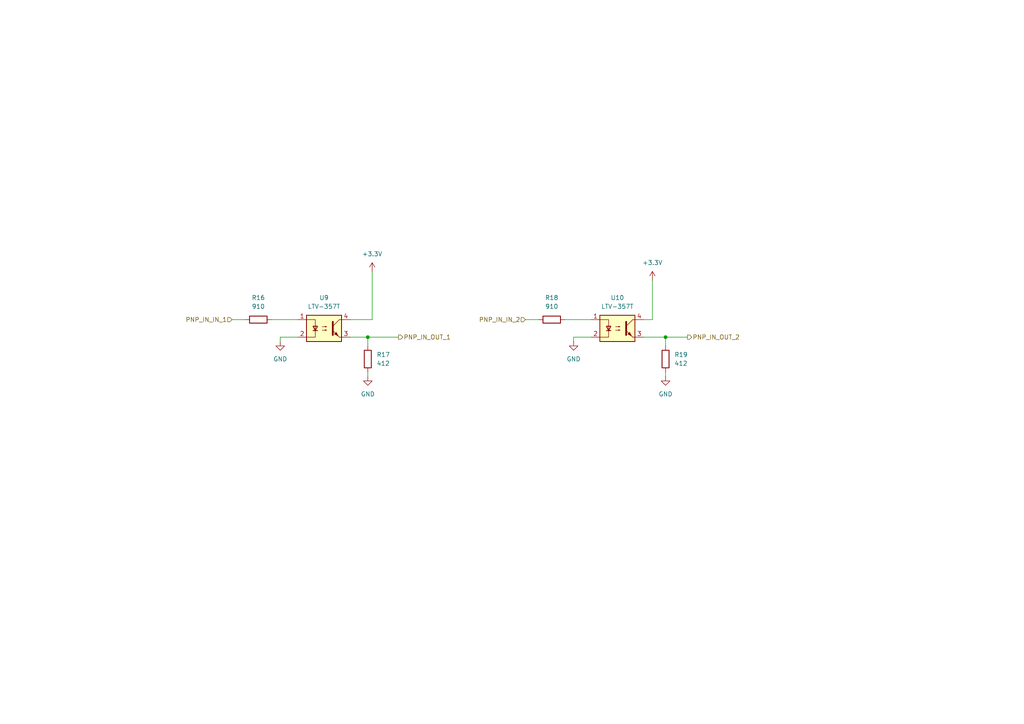
<source format=kicad_sch>
(kicad_sch (version 20250114) (generator "eeschema") (generator_version "9.0")
  (paper "A4")
  (lib_symbols
    (symbol "Device:R" (pin_numbers (hide yes)) (pin_names (offset 0))
      (property "Reference" "R" (at 2.032 0 90))
      (property "Value" "R" (at 0 0 90))
      (symbol "R_0_1"
        (rectangle (start -1.016 -2.54) (end 1.016 2.54) (stroke (width 0.254)))
      )
      (symbol "R_1_1"
        (pin passive line (at 0 3.81 270) (length 1.27) (name "~") (number "1"))
        (pin passive line (at 0 -3.81 90) (length 1.27) (name "~") (number "2"))
      )
    )
    (symbol "Isolator:LTV-357T" (pin_names (offset 1.016))
      (property "Reference" "U" (at -5.334 4.826 0))
      (property "Value" "LTV-357T" (at 0 5.08 0))
      (symbol "LTV-357T_0_1"
        (rectangle (start -5.08 3.81) (end 5.08 -3.81) (stroke (width 0.254)) (fill (type background)))
        (polyline (pts (xy -5.08 2.54) (xy -2.54 2.54) (xy -2.54 -0.762)))
        (polyline (pts (xy -3.175 -0.635) (xy -1.905 -0.635)) (stroke (width 0.254)))
        (polyline (pts (xy -2.54 -0.635) (xy -2.54 -2.54) (xy -5.08 -2.54)))
        (polyline (pts (xy -2.54 -0.635) (xy -3.175 0.635) (xy -1.905 0.635) (xy -2.54 -0.635)) (stroke (width 0.254)))
        (polyline (pts (xy -0.508 0.508) (xy 0.762 0.508) (xy 0.381 0.381) (xy 0.381 0.635) (xy 0.762 0.508)))
        (polyline (pts (xy -0.508 -0.508) (xy 0.762 -0.508) (xy 0.381 -0.635) (xy 0.381 -0.381) (xy 0.762 -0.508)))
        (polyline (pts (xy 2.54 1.905) (xy 2.54 -1.905)) (stroke (width 0.508)))
        (polyline (pts (xy 2.54 0.635) (xy 4.445 2.54)))
        (polyline (pts (xy 3.048 -1.651) (xy 3.556 -1.143) (xy 4.064 -2.159) (xy 3.048 -1.651)) (fill (type outline)))
        (polyline (pts (xy 4.445 2.54) (xy 5.08 2.54)))
        (polyline (pts (xy 4.445 -2.54) (xy 2.54 -0.635)) (fill (type outline)))
        (polyline (pts (xy 4.445 -2.54) (xy 5.08 -2.54)))
      )
      (symbol "LTV-357T_1_1"
        (pin passive line (at -7.62 2.54 0) (length 2.54) (name "~") (number "1"))
        (pin passive line (at -7.62 -2.54 0) (length 2.54) (name "~") (number "2"))
        (pin passive line (at 7.62 2.54 180) (length 2.54) (name "~") (number "4"))
        (pin passive line (at 7.62 -2.54 180) (length 2.54) (name "~") (number "3"))
      )
    )
    (symbol "power:+3.3V" (power) (pin_numbers (hide yes)) (pin_names (offset 0) (hide yes))
      (property "Value" "+3.3V" (at 0 3.556 0))
      (symbol "+3.3V_0_1"
        (polyline (pts (xy -0.762 1.27) (xy 0 2.54)))
        (polyline (pts (xy 0 2.54) (xy 0.762 1.27)))
        (polyline (pts (xy 0 0) (xy 0 2.54)))
      )
      (symbol "+3.3V_1_1"
        (pin power_in line (at 0 0 90) (length 0) (name "~") (number "1"))
      )
    )
    (symbol "power:GND" (power) (pin_numbers (hide yes)) (pin_names (offset 0) (hide yes))
      (property "Value" "GND" (at 0 -3.81 0))
      (symbol "GND_0_1"
        (polyline (pts (xy 0 0) (xy 0 -1.27) (xy 1.27 -1.27) (xy 0 -2.54) (xy -1.27 -1.27) (xy 0 -1.27)))
      )
      (symbol "GND_1_1"
        (pin power_in line (at 0 0 270) (length 0) (name "~") (number "1"))
      )
    )
  )
  (junction (at 106.68 97.79))
  (junction (at 193.04 97.79))
  (wire (pts (xy 106.68 97.79) (xy 106.68 100.33)))
  (wire (pts (xy 163.83 92.71) (xy 171.45 92.71)))
  (wire (pts (xy 78.74 92.71) (xy 86.36 92.71)))
  (wire (pts (xy 81.28 97.79) (xy 86.36 97.79)))
  (wire (pts (xy 101.6 92.71) (xy 107.95 92.71)))
  (wire (pts (xy 106.68 107.95) (xy 106.68 109.22)))
  (wire (pts (xy 186.69 92.71) (xy 189.23 92.71)))
  (wire (pts (xy 189.23 81.28) (xy 189.23 92.71)))
  (wire (pts (xy 193.04 97.79) (xy 193.04 100.33)))
  (wire (pts (xy 193.04 107.95) (xy 193.04 109.22)))
  (wire (pts (xy 193.04 97.79) (xy 199.39 97.79)))
  (wire (pts (xy 101.6 97.79) (xy 106.68 97.79)))
  (wire (pts (xy 186.69 97.79) (xy 193.04 97.79)))
  (wire (pts (xy 81.28 99.06) (xy 81.28 97.79)))
  (wire (pts (xy 107.95 78.74) (xy 107.95 92.71)))
  (wire (pts (xy 152.4 92.71) (xy 156.21 92.71)))
  (wire (pts (xy 166.37 99.06) (xy 166.37 97.79)))
  (wire (pts (xy 166.37 97.79) (xy 171.45 97.79)))
  (wire (pts (xy 67.31 92.71) (xy 71.12 92.71)))
  (wire (pts (xy 106.68 97.79) (xy 115.57 97.79)))
  (hierarchical_label "PNP_IN_IN_2" (shape input) (at 152.4 92.71 180))
  (hierarchical_label "PNP_IN_IN_1" (shape input) (at 67.31 92.71 180))
  (hierarchical_label "PNP_IN_OUT_2" (shape output) (at 199.39 97.79 0))
  (hierarchical_label "PNP_IN_OUT_1" (shape output) (at 115.57 97.79 0))
  (symbol (lib_id "Device:R") (at 106.68 104.14 0) (unit 1)
    (property "Reference" "R17" (at 109.22 102.8699 0) (effects (justify left)))
    (property "Value" "412" (at 109.22 105.4099 0) (effects (justify left)))
    (property "Footprint" "Resistor_SMD:R_0201_0603Metric" (effects (hide yes)))
    (property "Description" "Resistor" (effects (hide yes)))
  )
  (symbol (lib_id "power:+3.3V") (at 189.23 81.28 0) (unit 1)
    (property "Reference" "#PWR040" (effects (hide yes)))
    (property "Value" "+3.3V" (at 189.23 76.2 0))
    (property "Description" "Power symbol creates a global label with name \"+3.3V\"" (effects (hide yes)))
  )
  (symbol (lib_id "Device:R") (at 160.02 92.71 90) (unit 1)
    (property "Reference" "R18" (at 160.02 86.36 90))
    (property "Value" "910" (at 160.02 88.9 90))
    (property "Footprint" "Resistor_SMD:R_0201_0603Metric" (effects (hide yes)))
    (property "Description" "Resistor" (effects (hide yes)))
  )
  (symbol (lib_id "power:GND") (at 166.37 99.06 0) (unit 1)
    (property "Reference" "#PWR015" (effects (hide yes)))
    (property "Value" "GND" (at 166.37 104.14 0))
    (property "Description" "Power symbol creates a global label with name \"GND\" , ground" (effects (hide yes)))
  )
  (symbol (lib_id "power:GND") (at 106.68 109.22 0) (unit 1)
    (property "Reference" "#PWR036" (effects (hide yes)))
    (property "Value" "GND" (at 106.68 114.3 0))
    (property "Description" "Power symbol creates a global label with name \"GND\" , ground" (effects (hide yes)))
  )
  (symbol (lib_id "power:GND") (at 81.28 99.06 0) (unit 1)
    (property "Reference" "#PWR016" (effects (hide yes)))
    (property "Value" "GND" (at 81.28 104.14 0))
    (property "Description" "Power symbol creates a global label with name \"GND\" , ground" (effects (hide yes)))
  )
  (symbol (lib_id "Isolator:LTV-357T") (at 179.07 95.25 0) (unit 1)
    (property "Reference" "U10" (at 179.07 86.36 0))
    (property "Value" "LTV-357T" (at 179.07 88.9 0))
    (property "Footprint" "Package_SO:SO-4_4.4x3.6mm_P2.54mm" (effects (hide yes)))
    (property "Datasheet" "https://www.buerklin.com/medias/sys_master/download/download/h91/ha0/8892020588574.pdf" (effects (hide yes)))
    (property "Description" "DC Optocoupler, Vce 35V, CTR 50%, SO-4" (effects (hide yes)))
  )
  (symbol (lib_id "power:+3.3V") (at 107.95 78.74 0) (unit 1)
    (property "Reference" "#PWR037" (effects (hide yes)))
    (property "Value" "+3.3V" (at 107.95 73.66 0))
    (property "Description" "Power symbol creates a global label with name \"+3.3V\"" (effects (hide yes)))
  )
  (symbol (lib_id "Device:R") (at 193.04 104.14 0) (unit 1)
    (property "Reference" "R19" (at 195.58 102.8699 0) (effects (justify left)))
    (property "Value" "412" (at 195.58 105.4099 0) (effects (justify left)))
    (property "Footprint" "Resistor_SMD:R_0201_0603Metric" (effects (hide yes)))
    (property "Description" "Resistor" (effects (hide yes)))
  )
  (symbol (lib_id "Device:R") (at 74.93 92.71 90) (unit 1)
    (property "Reference" "R16" (at 74.93 86.36 90))
    (property "Value" "910" (at 74.93 88.9 90))
    (property "Footprint" "Resistor_SMD:R_0201_0603Metric" (effects (hide yes)))
    (property "Description" "Resistor" (effects (hide yes)))
  )
  (symbol (lib_id "Isolator:LTV-357T") (at 93.98 95.25 0) (unit 1)
    (property "Reference" "U9" (at 93.98 86.36 0))
    (property "Value" "LTV-357T" (at 93.98 88.9 0))
    (property "Footprint" "Package_SO:SO-4_4.4x3.6mm_P2.54mm" (effects (hide yes)))
    (property "Datasheet" "https://www.buerklin.com/medias/sys_master/download/download/h91/ha0/8892020588574.pdf" (effects (hide yes)))
    (property "Description" "DC Optocoupler, Vce 35V, CTR 50%, SO-4" (effects (hide yes)))
  )
  (symbol (lib_id "power:GND") (at 193.04 109.22 0) (unit 1)
    (property "Reference" "#PWR039" (effects (hide yes)))
    (property "Value" "GND" (at 193.04 114.3 0))
    (property "Description" "Power symbol creates a global label with name \"GND\" , ground" (effects (hide yes)))
  )
)
</source>
